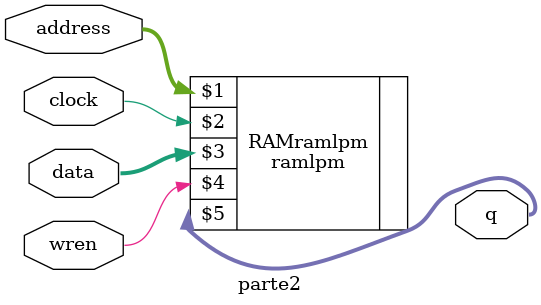
<source format=v>
module parte2(
	address,
	clock,
	data,
	wren,
	q);

	input	[4:0]  address;
	input	  clock;
	input	[7:0]  data;
	input	  wren;
	output	[7:0]  q;
	
	ramlpm RAMramlpm (
	address,
	clock,
	data,
	wren,
	q);
	
endmodule
</source>
